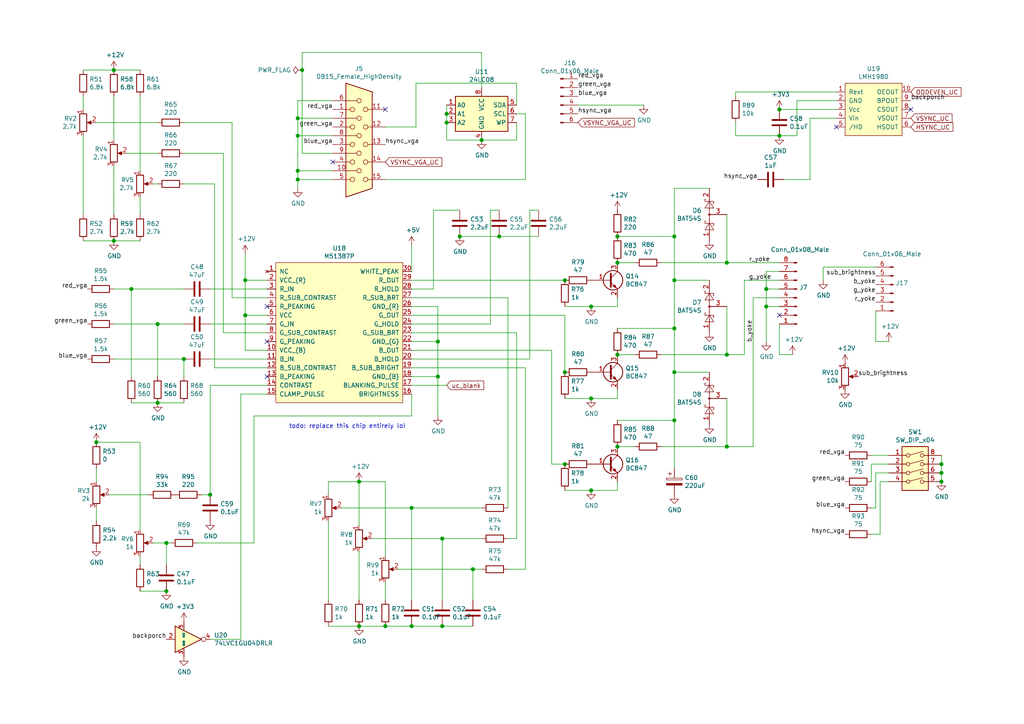
<source format=kicad_sch>
(kicad_sch (version 20211123) (generator eeschema)
  (paper "A4")
  (junction (at 129.54 35.56) (diameter 1.016))
  (junction (at 163.83 81.28) (diameter 1.016))
  (junction (at 195.58 107.95) (diameter 1.016))
  (junction (at 179.07 76.2) (diameter 1.016))
  (junction (at 86.36 39.37) (diameter 1.016))
  (junction (at 179.07 68.58) (diameter 1.016))
  (junction (at 273.05 139.7) (diameter 1.016))
  (junction (at 86.36 34.29) (diameter 1.016))
  (junction (at 171.45 88.9) (diameter 1.016))
  (junction (at 210.82 102.87) (diameter 1.016))
  (junction (at 273.05 137.16) (diameter 1.016))
  (junction (at 71.12 81.28) (diameter 1.016))
  (junction (at 210.82 76.2) (diameter 1.016))
  (junction (at 48.26 171.45) (diameter 1.016))
  (junction (at 119.38 181.61) (diameter 1.016))
  (junction (at 60.96 143.51) (diameter 1.016))
  (junction (at 127 109.22) (diameter 1.016))
  (junction (at 53.34 104.14) (diameter 1.016))
  (junction (at 171.45 142.24) (diameter 1.016))
  (junction (at 86.36 52.07) (diameter 1.016))
  (junction (at 45.72 116.84) (diameter 1.016))
  (junction (at 128.27 156.21) (diameter 1.016))
  (junction (at 33.02 20.32) (diameter 1.016))
  (junction (at 226.06 31.75) (diameter 1.016))
  (junction (at 144.78 68.58) (diameter 1.016))
  (junction (at 195.58 121.92) (diameter 1.016))
  (junction (at 129.54 33.02) (diameter 1.016))
  (junction (at 171.45 115.57) (diameter 1.016))
  (junction (at 27.94 128.27) (diameter 1.016))
  (junction (at 127 99.06) (diameter 1.016))
  (junction (at 104.14 139.7) (diameter 1.016))
  (junction (at 163.83 107.95) (diameter 1.016))
  (junction (at 111.76 181.61) (diameter 1.016))
  (junction (at 71.12 91.44) (diameter 1.016))
  (junction (at 179.07 129.54) (diameter 1.016))
  (junction (at 128.27 181.61) (diameter 1.016))
  (junction (at 45.72 93.98) (diameter 1.016))
  (junction (at 86.36 49.53) (diameter 1.016))
  (junction (at 163.83 134.62) (diameter 1.016))
  (junction (at 195.58 81.28) (diameter 1.016))
  (junction (at 222.25 88.9) (diameter 1.016))
  (junction (at 38.1 83.82) (diameter 1.016))
  (junction (at 195.58 68.58) (diameter 1.016))
  (junction (at 133.35 68.58) (diameter 1.016))
  (junction (at 87.63 20.32) (diameter 1.016))
  (junction (at 104.14 181.61) (diameter 1.016))
  (junction (at 179.07 102.87) (diameter 1.016))
  (junction (at 139.7 40.64) (diameter 1.016))
  (junction (at 273.05 134.62) (diameter 1.016))
  (junction (at 210.82 129.54) (diameter 1.016))
  (junction (at 226.06 39.37) (diameter 1.016))
  (junction (at 222.25 83.82) (diameter 1.016))
  (junction (at 137.16 165.1) (diameter 1.016))
  (junction (at 33.02 69.85) (diameter 1.016))
  (junction (at 195.58 95.25) (diameter 1.016))
  (junction (at 119.38 147.32) (diameter 1.016))
  (junction (at 48.26 157.48) (diameter 1.016))
  (no_connect (at 77.47 99.06))
  (no_connect (at 226.06 91.44))
  (no_connect (at 111.76 31.75))
  (no_connect (at 77.47 88.9))
  (no_connect (at 264.16 31.75))
  (no_connect (at 96.52 46.99))
  (no_connect (at 77.47 109.22))
  (no_connect (at 242.57 36.83))
  (wire (pts (xy 33.02 27.94) (xy 33.02 40.64)))
  (wire (pts (xy 128.27 181.61) (xy 137.16 181.61)))
  (wire (pts (xy 252.73 154.94) (xy 255.27 154.94)))
  (wire (pts (xy 104.14 139.7) (xy 111.76 139.7)))
  (wire (pts (xy 58.42 143.51) (xy 60.96 143.51)))
  (wire (pts (xy 33.02 20.32) (xy 40.64 20.32)))
  (wire (pts (xy 48.26 157.48) (xy 44.45 157.48)))
  (wire (pts (xy 45.72 109.22) (xy 45.72 93.98)))
  (wire (pts (xy 119.38 181.61) (xy 128.27 181.61)))
  (wire (pts (xy 242.57 26.67) (xy 213.36 26.67)))
  (wire (pts (xy 226.06 93.98) (xy 226.06 102.87)))
  (wire (pts (xy 195.58 68.58) (xy 195.58 54.61)))
  (wire (pts (xy 87.63 44.45) (xy 96.52 44.45)))
  (wire (pts (xy 273.05 137.16) (xy 273.05 139.7)))
  (wire (pts (xy 40.64 62.23) (xy 40.64 57.15)))
  (wire (pts (xy 104.14 139.7) (xy 104.14 152.4)))
  (wire (pts (xy 119.38 173.99) (xy 119.38 147.32)))
  (wire (pts (xy 60.96 83.82) (xy 77.47 83.82)))
  (wire (pts (xy 179.07 115.57) (xy 179.07 113.03)))
  (wire (pts (xy 129.54 40.64) (xy 139.7 40.64)))
  (wire (pts (xy 273.05 132.08) (xy 273.05 134.62)))
  (wire (pts (xy 119.38 78.74) (xy 119.38 71.12)))
  (wire (pts (xy 144.78 60.96) (xy 142.24 60.96)))
  (wire (pts (xy 115.57 165.1) (xy 137.16 165.1)))
  (wire (pts (xy 149.86 96.52) (xy 119.38 96.52)))
  (wire (pts (xy 86.36 39.37) (xy 86.36 49.53)))
  (wire (pts (xy 147.32 147.32) (xy 147.32 86.36)))
  (wire (pts (xy 195.58 95.25) (xy 195.58 81.28)))
  (wire (pts (xy 44.45 53.34) (xy 45.72 53.34)))
  (wire (pts (xy 45.72 93.98) (xy 53.34 93.98)))
  (wire (pts (xy 152.4 106.68) (xy 119.38 106.68)))
  (wire (pts (xy 167.64 30.48) (xy 186.69 30.48)))
  (wire (pts (xy 222.25 88.9) (xy 226.06 88.9)))
  (wire (pts (xy 119.38 120.65) (xy 119.38 114.3)))
  (wire (pts (xy 222.25 83.82) (xy 226.06 83.82)))
  (wire (pts (xy 38.1 116.84) (xy 45.72 116.84)))
  (wire (pts (xy 153.67 60.96) (xy 153.67 104.14)))
  (wire (pts (xy 195.58 121.92) (xy 195.58 135.89)))
  (wire (pts (xy 191.77 102.87) (xy 210.82 102.87)))
  (wire (pts (xy 38.1 109.22) (xy 38.1 83.82)))
  (wire (pts (xy 33.02 69.85) (xy 40.64 69.85)))
  (wire (pts (xy 71.12 81.28) (xy 77.47 81.28)))
  (wire (pts (xy 210.82 88.9) (xy 210.82 102.87)))
  (wire (pts (xy 163.83 91.44) (xy 119.38 91.44)))
  (wire (pts (xy 86.36 49.53) (xy 86.36 52.07)))
  (wire (pts (xy 195.58 107.95) (xy 195.58 121.92)))
  (wire (pts (xy 104.14 160.02) (xy 104.14 173.99)))
  (wire (pts (xy 255.27 139.7) (xy 257.81 139.7)))
  (wire (pts (xy 127 99.06) (xy 127 109.22)))
  (wire (pts (xy 120.65 36.83) (xy 111.76 36.83)))
  (wire (pts (xy 96.52 49.53) (xy 86.36 49.53)))
  (wire (pts (xy 144.78 68.58) (xy 156.21 68.58)))
  (wire (pts (xy 147.32 156.21) (xy 149.86 156.21)))
  (wire (pts (xy 226.06 39.37) (xy 213.36 39.37)))
  (wire (pts (xy 111.76 181.61) (xy 119.38 181.61)))
  (wire (pts (xy 73.66 120.65) (xy 119.38 120.65)))
  (wire (pts (xy 120.65 24.13) (xy 120.65 36.83)))
  (wire (pts (xy 129.54 35.56) (xy 129.54 40.64)))
  (wire (pts (xy 38.1 83.82) (xy 53.34 83.82)))
  (wire (pts (xy 163.83 142.24) (xy 171.45 142.24)))
  (wire (pts (xy 104.14 181.61) (xy 111.76 181.61)))
  (wire (pts (xy 231.14 39.37) (xy 226.06 39.37)))
  (wire (pts (xy 254 147.32) (xy 254 137.16)))
  (wire (pts (xy 215.9 81.28) (xy 226.06 81.28)))
  (wire (pts (xy 210.82 115.57) (xy 210.82 129.54)))
  (wire (pts (xy 119.38 81.28) (xy 163.83 81.28)))
  (wire (pts (xy 254 137.16) (xy 257.81 137.16)))
  (wire (pts (xy 210.82 102.87) (xy 215.9 102.87)))
  (wire (pts (xy 60.96 185.42) (xy 69.85 185.42)))
  (wire (pts (xy 238.76 81.28) (xy 238.76 77.47)))
  (wire (pts (xy 152.4 52.07) (xy 152.4 33.02)))
  (wire (pts (xy 184.15 76.2) (xy 179.07 76.2)))
  (wire (pts (xy 60.96 104.14) (xy 77.47 104.14)))
  (wire (pts (xy 111.76 173.99) (xy 111.76 168.91)))
  (wire (pts (xy 33.02 93.98) (xy 45.72 93.98)))
  (wire (pts (xy 107.95 156.21) (xy 128.27 156.21)))
  (wire (pts (xy 96.52 52.07) (xy 86.36 52.07)))
  (wire (pts (xy 226.06 78.74) (xy 222.25 78.74)))
  (wire (pts (xy 24.13 69.85) (xy 33.02 69.85)))
  (wire (pts (xy 33.02 104.14) (xy 53.34 104.14)))
  (wire (pts (xy 215.9 102.87) (xy 215.9 81.28)))
  (wire (pts (xy 71.12 91.44) (xy 77.47 91.44)))
  (wire (pts (xy 87.63 20.32) (xy 87.63 44.45)))
  (wire (pts (xy 95.25 143.51) (xy 95.25 139.7)))
  (wire (pts (xy 40.64 27.94) (xy 40.64 49.53)))
  (wire (pts (xy 160.02 134.62) (xy 160.02 101.6)))
  (wire (pts (xy 242.57 29.21) (xy 231.14 29.21)))
  (wire (pts (xy 96.52 39.37) (xy 86.36 39.37)))
  (wire (pts (xy 87.63 15.24) (xy 87.63 20.32)))
  (wire (pts (xy 137.16 165.1) (xy 137.16 173.99)))
  (wire (pts (xy 129.54 30.48) (xy 129.54 33.02)))
  (wire (pts (xy 222.25 83.82) (xy 222.25 88.9)))
  (wire (pts (xy 67.31 86.36) (xy 77.47 86.36)))
  (wire (pts (xy 64.77 44.45) (xy 64.77 96.52)))
  (wire (pts (xy 160.02 101.6) (xy 119.38 101.6)))
  (wire (pts (xy 53.34 53.34) (xy 62.23 53.34)))
  (wire (pts (xy 31.75 143.51) (xy 43.18 143.51)))
  (wire (pts (xy 40.64 128.27) (xy 40.64 153.67)))
  (wire (pts (xy 128.27 173.99) (xy 128.27 156.21)))
  (wire (pts (xy 171.45 115.57) (xy 179.07 115.57)))
  (wire (pts (xy 213.36 26.67) (xy 213.36 27.94)))
  (wire (pts (xy 71.12 81.28) (xy 71.12 91.44)))
  (wire (pts (xy 252.73 147.32) (xy 254 147.32)))
  (wire (pts (xy 127 88.9) (xy 127 99.06)))
  (wire (pts (xy 205.74 81.28) (xy 195.58 81.28)))
  (wire (pts (xy 234.95 34.29) (xy 242.57 34.29)))
  (wire (pts (xy 205.74 107.95) (xy 195.58 107.95)))
  (wire (pts (xy 152.4 33.02) (xy 149.86 33.02)))
  (wire (pts (xy 163.83 115.57) (xy 171.45 115.57)))
  (wire (pts (xy 24.13 39.37) (xy 24.13 62.23)))
  (wire (pts (xy 139.7 15.24) (xy 139.7 25.4)))
  (wire (pts (xy 45.72 35.56) (xy 27.94 35.56)))
  (wire (pts (xy 147.32 86.36) (xy 119.38 86.36)))
  (wire (pts (xy 273.05 134.62) (xy 273.05 137.16)))
  (wire (pts (xy 119.38 111.76) (xy 129.54 111.76)))
  (wire (pts (xy 27.94 139.7) (xy 27.94 135.89)))
  (wire (pts (xy 156.21 60.96) (xy 153.67 60.96)))
  (wire (pts (xy 184.15 102.87) (xy 179.07 102.87)))
  (wire (pts (xy 49.53 157.48) (xy 48.26 157.48)))
  (wire (pts (xy 195.58 68.58) (xy 179.07 68.58)))
  (wire (pts (xy 60.96 143.51) (xy 60.96 111.76)))
  (wire (pts (xy 40.64 171.45) (xy 48.26 171.45)))
  (wire (pts (xy 163.83 88.9) (xy 171.45 88.9)))
  (wire (pts (xy 153.67 104.14) (xy 119.38 104.14)))
  (wire (pts (xy 119.38 99.06) (xy 127 99.06)))
  (wire (pts (xy 142.24 93.98) (xy 119.38 93.98)))
  (wire (pts (xy 69.85 185.42) (xy 69.85 114.3)))
  (wire (pts (xy 95.25 151.13) (xy 95.25 173.99)))
  (wire (pts (xy 210.82 62.23) (xy 210.82 76.2)))
  (wire (pts (xy 238.76 77.47) (xy 254 77.47)))
  (wire (pts (xy 73.66 157.48) (xy 73.66 120.65)))
  (wire (pts (xy 129.54 33.02) (xy 129.54 35.56)))
  (wire (pts (xy 45.72 116.84) (xy 53.34 116.84)))
  (wire (pts (xy 254 99.06) (xy 257.81 99.06)))
  (wire (pts (xy 111.76 52.07) (xy 152.4 52.07)))
  (wire (pts (xy 213.36 39.37) (xy 213.36 35.56)))
  (wire (pts (xy 62.23 53.34) (xy 62.23 106.68)))
  (wire (pts (xy 33.02 83.82) (xy 38.1 83.82)))
  (wire (pts (xy 33.02 48.26) (xy 33.02 62.23)))
  (wire (pts (xy 222.25 88.9) (xy 222.25 99.06)))
  (wire (pts (xy 69.85 114.3) (xy 77.47 114.3)))
  (wire (pts (xy 218.44 86.36) (xy 218.44 129.54)))
  (wire (pts (xy 179.07 88.9) (xy 179.07 86.36)))
  (wire (pts (xy 111.76 139.7) (xy 111.76 161.29)))
  (wire (pts (xy 86.36 52.07) (xy 86.36 54.61)))
  (wire (pts (xy 139.7 147.32) (xy 119.38 147.32)))
  (wire (pts (xy 71.12 91.44) (xy 71.12 101.6)))
  (wire (pts (xy 191.77 76.2) (xy 210.82 76.2)))
  (wire (pts (xy 137.16 165.1) (xy 139.7 165.1)))
  (wire (pts (xy 60.96 93.98) (xy 77.47 93.98)))
  (wire (pts (xy 149.86 30.48) (xy 149.86 24.13)))
  (wire (pts (xy 53.34 35.56) (xy 67.31 35.56)))
  (wire (pts (xy 210.82 76.2) (xy 226.06 76.2)))
  (wire (pts (xy 222.25 78.74) (xy 222.25 83.82)))
  (wire (pts (xy 147.32 165.1) (xy 152.4 165.1)))
  (wire (pts (xy 86.36 29.21) (xy 96.52 29.21)))
  (wire (pts (xy 133.35 60.96) (xy 125.73 60.96)))
  (wire (pts (xy 171.45 142.24) (xy 179.07 142.24)))
  (wire (pts (xy 149.86 35.56) (xy 149.86 40.64)))
  (wire (pts (xy 210.82 129.54) (xy 218.44 129.54)))
  (wire (pts (xy 62.23 106.68) (xy 77.47 106.68)))
  (wire (pts (xy 60.96 111.76) (xy 77.47 111.76)))
  (wire (pts (xy 125.73 60.96) (xy 125.73 83.82)))
  (wire (pts (xy 252.73 134.62) (xy 257.81 134.62)))
  (wire (pts (xy 179.07 142.24) (xy 179.07 139.7)))
  (wire (pts (xy 87.63 15.24) (xy 139.7 15.24)))
  (wire (pts (xy 24.13 31.75) (xy 24.13 27.94)))
  (wire (pts (xy 127 109.22) (xy 127 120.65)))
  (wire (pts (xy 255.27 154.94) (xy 255.27 139.7)))
  (wire (pts (xy 125.73 83.82) (xy 119.38 83.82)))
  (wire (pts (xy 149.86 24.13) (xy 120.65 24.13)))
  (wire (pts (xy 149.86 40.64) (xy 139.7 40.64)))
  (wire (pts (xy 226.06 102.87) (xy 229.87 102.87)))
  (wire (pts (xy 36.83 44.45) (xy 45.72 44.45)))
  (wire (pts (xy 195.58 95.25) (xy 195.58 107.95)))
  (wire (pts (xy 163.83 134.62) (xy 160.02 134.62)))
  (wire (pts (xy 231.14 29.21) (xy 231.14 39.37)))
  (wire (pts (xy 171.45 88.9) (xy 179.07 88.9)))
  (wire (pts (xy 27.94 147.32) (xy 27.94 151.13)))
  (wire (pts (xy 195.58 121.92) (xy 179.07 121.92)))
  (wire (pts (xy 234.95 52.07) (xy 234.95 34.29)))
  (wire (pts (xy 163.83 107.95) (xy 163.83 91.44)))
  (wire (pts (xy 53.34 44.45) (xy 64.77 44.45)))
  (wire (pts (xy 67.31 35.56) (xy 67.31 86.36)))
  (wire (pts (xy 152.4 165.1) (xy 152.4 106.68)))
  (wire (pts (xy 252.73 132.08) (xy 257.81 132.08)))
  (wire (pts (xy 48.26 163.83) (xy 48.26 157.48)))
  (wire (pts (xy 227.33 52.07) (xy 234.95 52.07)))
  (wire (pts (xy 128.27 156.21) (xy 139.7 156.21)))
  (wire (pts (xy 252.73 139.7) (xy 252.73 134.62)))
  (wire (pts (xy 191.77 129.54) (xy 210.82 129.54)))
  (wire (pts (xy 64.77 96.52) (xy 77.47 96.52)))
  (wire (pts (xy 195.58 54.61) (xy 205.74 54.61)))
  (wire (pts (xy 53.34 109.22) (xy 53.34 104.14)))
  (wire (pts (xy 149.86 156.21) (xy 149.86 96.52)))
  (wire (pts (xy 24.13 20.32) (xy 33.02 20.32)))
  (wire (pts (xy 71.12 101.6) (xy 77.47 101.6)))
  (wire (pts (xy 71.12 73.66) (xy 71.12 81.28)))
  (wire (pts (xy 119.38 147.32) (xy 99.06 147.32)))
  (wire (pts (xy 179.07 95.25) (xy 195.58 95.25)))
  (wire (pts (xy 195.58 81.28) (xy 195.58 68.58)))
  (wire (pts (xy 184.15 129.54) (xy 179.07 129.54)))
  (wire (pts (xy 254 90.17) (xy 254 99.06)))
  (wire (pts (xy 40.64 128.27) (xy 27.94 128.27)))
  (wire (pts (xy 242.57 31.75) (xy 226.06 31.75)))
  (wire (pts (xy 95.25 181.61) (xy 104.14 181.61)))
  (wire (pts (xy 218.44 86.36) (xy 226.06 86.36)))
  (wire (pts (xy 142.24 60.96) (xy 142.24 93.98)))
  (wire (pts (xy 57.15 157.48) (xy 73.66 157.48)))
  (wire (pts (xy 86.36 34.29) (xy 86.36 29.21)))
  (wire (pts (xy 96.52 34.29) (xy 86.36 34.29)))
  (wire (pts (xy 86.36 34.29) (xy 86.36 39.37)))
  (wire (pts (xy 95.25 139.7) (xy 104.14 139.7)))
  (wire (pts (xy 40.64 161.29) (xy 40.64 163.83)))
  (wire (pts (xy 119.38 88.9) (xy 127 88.9)))
  (wire (pts (xy 119.38 109.22) (xy 127 109.22)))
  (wire (pts (xy 133.35 68.58) (xy 144.78 68.58)))
  (text "todo: replace this chip entirely lol" (at 83.82 124.46 0) (effects (font (size 1.27 1.27)) (justify left bottom)))
  (label "sub_brightness" (at 248.92 109.22 0))
  (label "blue_vga" (at 245.11 147.32 180))
  (label "red_vga" (at 25.4 83.82 180))
  (label "hsync_vga" (at 111.76 41.91 0))
  (label "r_yoke" (at 217.17 76.2 0))
  (label "blue_vga" (at 96.52 41.91 180))
  (label "red_vga" (at 96.52 31.75 180))
  (label "b_yoke" (at 254 82.55 180))
  (label "red_vga" (at 245.11 132.08 180))
  (label "green_vga" (at 245.11 139.7 180))
  (label "b_yoke" (at 218.44 92.71 270))
  (label "hsync_vga" (at 245.11 154.94 180))
  (label "g_yoke" (at 254 85.09 180))
  (label "hsync_vga" (at 219.71 52.07 180))
  (label "blue_vga" (at 25.4 104.14 180))
  (label "red_vga" (at 167.64 22.86 0))
  (label "r_yoke" (at 254 87.63 180))
  (label "green_vga" (at 96.52 36.83 180))
  (label "green_vga" (at 167.64 25.4 0))
  (label "hsync_vga" (at 167.64 33.02 0))
  (label "sub_brightness" (at 254 80.01 180))
  (label "backporch" (at 264.16 29.21 0))
  (label "backporch" (at 48.26 185.42 180))
  (label "green_vga" (at 25.4 93.98 180))
  (label "g_yoke" (at 217.17 81.28 0))
  (label "blue_vga" (at 167.64 27.94 0))
  (global_label "VSYNC_UC" (shape input) (at 264.16 34.29 0) (property "Intersheet References" "${INTERSHEET_REFS}" (effects hide)))
  (global_label "ODDEVEN_UC" (shape input) (at 264.16 26.67 0) (property "Intersheet References" "${INTERSHEET_REFS}" (effects hide)))
  (global_label "VSYNC_VGA_UC" (shape input) (at 111.76 46.99 0) (property "Intersheet References" "${INTERSHEET_REFS}" (effects hide)))
  (global_label "HSYNC_UC" (shape input) (at 264.16 36.83 0) (property "Intersheet References" "${INTERSHEET_REFS}" (effects hide)))
  (global_label "uc_blank" (shape input) (at 129.54 111.76 0) (property "Intersheet References" "${INTERSHEET_REFS}" (effects hide)))
  (global_label "VSYNC_VGA_UC" (shape input) (at 167.64 35.56 0) (property "Intersheet References" "${INTERSHEET_REFS}" (effects hide)))
  (symbol (lib_id "Connector:DB15_Female_HighDensity") (at 104.14 41.91 0) (unit 1)
    (property "Reference" "J5" (at 104.14 19.8882 0))
    (property "Value" "DB15_Female_HighDensity" (at 104.14 22.1996 0))
    (property "Footprint" "Connector_Dsub:DSUB-15-HD_Female_Horizontal_P2.29x1.98mm_EdgePinOffset3.03mm_Housed_MountingHolesOffset4.94mm" (effects hide))
    (property "Datasheet" " ~" (effects hide))
    (property "Digikey" " AE11024-ND " (effects hide))
  )
  (symbol (lib_id "power:GND") (at 86.36 54.61 0) (unit 1)
    (property "Reference" "#PWR0168" (effects hide))
    (property "Value" "GND" (at 86.487 59.0042 0))
  )
  (symbol (lib_id "Memory_EEPROM:24LC08") (at 139.7 33.02 0) (unit 1)
    (property "Reference" "U11" (at 139.7 20.8026 0))
    (property "Value" "24LC08" (at 139.7 23.114 0))
    (property "Footprint" "Package_SO:SOIC-8_3.9x4.9mm_P1.27mm" (effects hide))
    (property "Datasheet" "http://ww1.microchip.com/downloads/en/DeviceDoc/21710J.pdf" (effects hide))
    (property "Digikey" "24LC08BT/SNCT-ND " (effects hide))
  )
  (symbol (lib_id "power:GND") (at 139.7 40.64 0) (unit 1)
    (property "Reference" "#PWR0169" (effects hide))
    (property "Value" "GND" (at 139.827 45.0342 0))
  )
  (symbol (lib_id "Switch:SW_DIP_x04") (at 265.43 137.16 0) (unit 1)
    (property "Reference" "SW1" (at 265.43 125.2982 0))
    (property "Value" "SW_DIP_x04" (at 265.43 127.6096 0))
    (property "Footprint" "Button_Switch_THT:SW_DIP_SPSTx04_Slide_9.78x12.34mm_W7.62mm_P2.54mm" (effects hide))
    (property "Digikey" " CT2064-ND " (effects hide))
  )
  (symbol (lib_id "Device:R") (at 248.92 132.08 270) (unit 1)
    (property "Reference" "R90" (at 248.92 126.8222 90))
    (property "Value" "75" (at 248.92 129.1336 90))
    (property "Footprint" "Resistor_SMD:R_0805_2012Metric_Pad1.15x1.40mm_HandSolder" (effects hide))
    (property "Digikey" "311-75.0CRCT-ND" (effects hide))
  )
  (symbol (lib_id "Device:R") (at 248.92 147.32 270) (unit 1)
    (property "Reference" "R92" (at 248.92 142.0622 90))
    (property "Value" "75" (at 248.92 144.3736 90))
    (property "Footprint" "Resistor_SMD:R_0805_2012Metric_Pad1.15x1.40mm_HandSolder" (effects hide))
    (property "Digikey" "311-75.0CRCT-ND" (effects hide))
  )
  (symbol (lib_id "power:GND") (at 273.05 139.7 0) (unit 1)
    (property "Reference" "#PWR0124" (effects hide))
    (property "Value" "GND" (at 273.177 144.0942 0))
  )
  (symbol (lib_id "Device:CP") (at 195.58 139.7 0) (unit 1)
    (property "Reference" "C60" (at 198.5772 138.5316 0) (effects (justify left)))
    (property "Value" "220uF" (at 198.5772 140.843 0) (effects (justify left)))
    (property "Footprint" "Capacitor_THT:CP_Radial_D8.0mm_P3.50mm" (effects hide))
    (property "Voltage" "16V" (effects hide))
    (property "Digikey" "493-4026-1-ND " (effects hide))
  )
  (symbol (lib_id "power:GND") (at 195.58 143.51 0) (unit 1)
    (property "Reference" "#PWR0177" (effects hide))
    (property "Value" "GND" (at 195.707 147.9042 0))
  )
  (symbol (lib_id "Diode:BAT54S") (at 205.74 115.57 90) (unit 1)
    (property "Reference" "D8" (at 203.5048 114.4016 90) (effects (justify left)))
    (property "Value" "BAT54S" (at 203.5048 116.713 90) (effects (justify left)))
    (property "Footprint" "Package_TO_SOT_SMD:SOT-23" (effects hide))
    (property "Datasheet" "https://www.diodes.com/assets/Datasheets/ds11005.pdf" (effects hide))
    (property "Digikey" "BAT54SLT1GOSCT-ND " (effects hide))
  )
  (symbol (lib_id "Device:R") (at 248.92 139.7 270) (unit 1)
    (property "Reference" "R91" (at 248.92 134.4422 90))
    (property "Value" "75" (at 248.92 136.7536 90))
    (property "Footprint" "Resistor_SMD:R_0805_2012Metric_Pad1.15x1.40mm_HandSolder" (effects hide))
    (property "Digikey" "311-75.0CRCT-ND" (effects hide))
  )
  (symbol (lib_id "Device:R") (at 248.92 154.94 270) (unit 1)
    (property "Reference" "R93" (at 248.92 149.6822 90))
    (property "Value" "75" (at 248.92 151.9936 90))
    (property "Footprint" "Resistor_SMD:R_0805_2012Metric_Pad1.15x1.40mm_HandSolder" (effects hide))
    (property "Digikey" "311-75.0CRCT-ND" (effects hide))
  )
  (symbol (lib_id "power:GND") (at 205.74 123.19 0) (unit 1)
    (property "Reference" "#PWR0166" (effects hide))
    (property "Value" "GND" (at 205.867 127.5842 0))
  )
  (symbol (lib_id "power:GND") (at 205.74 96.52 0) (unit 1)
    (property "Reference" "#PWR0175" (effects hide))
    (property "Value" "GND" (at 205.867 100.9142 0))
  )
  (symbol (lib_id "Diode:BAT54S") (at 205.74 88.9 90) (unit 1)
    (property "Reference" "D7" (at 203.5048 87.7316 90) (effects (justify left)))
    (property "Value" "BAT54S" (at 203.5048 90.043 90) (effects (justify left)))
    (property "Footprint" "Package_TO_SOT_SMD:SOT-23" (effects hide))
    (property "Datasheet" "https://www.diodes.com/assets/Datasheets/ds11005.pdf" (effects hide))
    (property "Digikey" "BAT54SLT1GOSCT-ND " (effects hide))
  )
  (symbol (lib_id "power:GND") (at 205.74 69.85 0) (unit 1)
    (property "Reference" "#PWR0176" (effects hide))
    (property "Value" "GND" (at 205.867 74.2442 0))
  )
  (symbol (lib_id "Diode:BAT54S") (at 205.74 62.23 90) (unit 1)
    (property "Reference" "D6" (at 203.5048 61.0616 90) (effects (justify left)))
    (property "Value" "BAT54S" (at 203.5048 63.373 90) (effects (justify left)))
    (property "Footprint" "Package_TO_SOT_SMD:SOT-23" (effects hide))
    (property "Datasheet" "https://www.diodes.com/assets/Datasheets/ds11005.pdf" (effects hide))
    (property "Digikey" "BAT54SLT1GOSCT-ND " (effects hide))
  )
  (symbol (lib_id "Device:R") (at 46.99 143.51 270) (unit 1)
    (property "Reference" "R94" (at 46.99 138.2522 90))
    (property "Value" "33k" (at 46.99 140.5636 90))
    (property "Footprint" "Resistor_SMD:R_0805_2012Metric_Pad1.15x1.40mm_HandSolder" (effects hide))
    (property "Digikey" " 311-33.0CRCT-ND" (effects hide))
  )
  (symbol (lib_id "Device:R") (at 54.61 143.51 270) (unit 1)
    (property "Reference" "R95" (at 54.61 138.2522 90))
    (property "Value" "220" (at 54.61 140.5636 90))
    (property "Footprint" "Resistor_SMD:R_0805_2012Metric_Pad1.15x1.40mm_HandSolder" (effects hide))
    (property "Digikey" " 311-220CRCT-ND" (effects hide))
  )
  (symbol (lib_id "Device:C") (at 60.96 147.32 0) (unit 1)
    (property "Reference" "C59" (at 63.881 146.1516 0) (effects (justify left)))
    (property "Value" "0.1uF" (at 63.881 148.463 0) (effects (justify left)))
    (property "Footprint" "Capacitor_SMD:C_0805_2012Metric_Pad1.15x1.40mm_HandSolder" (effects hide))
    (property "Digikey" "1276-1099-1-ND" (effects hide))
  )
  (symbol (lib_id "power:GND") (at 60.96 151.13 0) (unit 1)
    (property "Reference" "#PWR0178" (effects hide))
    (property "Value" "GND" (at 61.087 155.5242 0))
  )
  (symbol (lib_id "power:+12V") (at 229.87 102.87 0) (unit 1)
    (property "Reference" "#PWR0179" (effects hide))
    (property "Value" "+12V" (at 230.251 98.4758 0))
  )
  (symbol (lib_id "Connector:Conn_01x06_Male") (at 162.56 27.94 0) (unit 1)
    (property "Reference" "J16" (at 165.3032 18.2626 0))
    (property "Value" "Conn_01x06_Male" (at 165.3032 20.574 0))
    (property "Footprint" "Connector_JST:JST_EH_B6B-EH-A_1x06_P2.50mm_Vertical" (effects hide))
    (property "Digikey" "455-1615-ND" (effects hide))
  )
  (symbol (lib_id "power:GND") (at 186.69 30.48 0) (unit 1)
    (property "Reference" "#PWR0180" (effects hide))
    (property "Value" "GND" (at 186.817 34.8742 0))
  )
  (symbol (lib_id "td-deflect:LMH1980") (at 252.73 31.75 0) (unit 1)
    (property "Reference" "U19" (at 253.365 19.939 0))
    (property "Value" "LMH1980" (at 253.365 22.2504 0))
    (property "Footprint" "Package_SO:VSSOP-10_3x3mm_P0.5mm" (effects hide))
    (property "Datasheet" "http://www.ti.com/lit/ds/symlink/lmh1980.pdf" (effects hide))
    (property "Digikey" "LMH1980MM/NOPBCT-ND" (effects hide))
  )
  (symbol (lib_id "Device:C") (at 226.06 35.56 0) (unit 1)
    (property "Reference" "C58" (at 228.981 34.3916 0) (effects (justify left)))
    (property "Value" "0.1uF" (at 228.981 36.703 0) (effects (justify left)))
    (property "Footprint" "Capacitor_SMD:C_0805_2012Metric_Pad1.15x1.40mm_HandSolder" (effects hide))
    (property "Digikey" "1276-1099-1-ND" (effects hide))
  )
  (symbol (lib_id "power:+3.3V") (at 226.06 31.75 0) (unit 1)
    (property "Reference" "#PWR047" (effects hide))
    (property "Value" "+3.3V" (at 226.441 27.3558 0))
  )
  (symbol (lib_id "power:GND") (at 226.06 39.37 0) (unit 1)
    (property "Reference" "#PWR048" (effects hide))
    (property "Value" "GND" (at 226.187 43.7642 0))
  )
  (symbol (lib_id "Device:R") (at 213.36 31.75 0) (unit 1)
    (property "Reference" "R89" (at 215.138 30.5816 0) (effects (justify left)))
    (property "Value" "10k" (at 215.138 32.893 0) (effects (justify left)))
    (property "Footprint" "Resistor_SMD:R_0805_2012Metric_Pad1.15x1.40mm_HandSolder" (effects hide))
    (property "Digikey" "311-1.00CRCT-ND" (effects hide))
  )
  (symbol (lib_id "Device:C") (at 223.52 52.07 270) (unit 1)
    (property "Reference" "C57" (at 223.52 45.6692 90))
    (property "Value" "1uF" (at 223.52 47.9806 90))
    (property "Footprint" "Capacitor_SMD:C_0805_2012Metric_Pad1.15x1.40mm_HandSolder" (effects hide))
    (property "Digikey" "1276-1066-1-ND" (effects hide))
    (property "Voltage" "25V" (effects hide))
  )
  (symbol (lib_id "td-deflect:M51387P") (at 99.06 96.52 0) (unit 1)
    (property "Reference" "U18" (at 98.425 72.009 0))
    (property "Value" "M51387P" (at 98.425 74.3204 0))
    (property "Footprint" "td-deflect:DIP-30_600_ELL" (effects hide))
    (property "Datasheet" "https://gamerepair.info/manuals/43_m51387p_mitsubishielectricsemiconductor" (effects hide))
  )
  (symbol (lib_id "power:+12V") (at 71.12 73.66 0) (unit 1)
    (property "Reference" "#PWR036" (effects hide))
    (property "Value" "+12V" (at 71.501 69.2658 0))
  )
  (symbol (lib_id "power:GND") (at 127 120.65 0) (unit 1)
    (property "Reference" "#PWR040" (effects hide))
    (property "Value" "GND" (at 127.127 125.0442 0))
  )
  (symbol (lib_id "Device:C") (at 57.15 83.82 270) (unit 1)
    (property "Reference" "C48" (at 57.15 77.4192 90))
    (property "Value" "47uF" (at 57.15 79.7306 90))
    (property "Footprint" "Capacitor_SMD:C_1206_3216Metric_Pad1.42x1.75mm_HandSolder" (effects hide))
    (property "Voltage" "6.3V" (effects hide))
    (property "Digikey" "1276-3064-1-ND " (effects hide))
  )
  (symbol (lib_id "Device:C") (at 57.15 93.98 90) (unit 1)
    (property "Reference" "C49" (at 57.15 87.5792 90))
    (property "Value" "47uF" (at 57.15 89.8906 90))
    (property "Footprint" "Capacitor_SMD:C_1206_3216Metric_Pad1.42x1.75mm_HandSolder" (effects hide))
    (property "Voltage" "6.3V" (effects hide))
    (property "Digikey" "1276-3064-1-ND " (effects hide))
  )
  (symbol (lib_id "Device:C") (at 57.15 104.14 270) (unit 1)
    (property "Reference" "C50" (at 57.15 97.7392 90))
    (property "Value" "47uF" (at 57.15 100.0506 90))
    (property "Footprint" "Capacitor_SMD:C_1206_3216Metric_Pad1.42x1.75mm_HandSolder" (effects hide))
    (property "Voltage" "6.3V" (effects hide))
    (property "Digikey" "1276-3064-1-ND " (effects hide))
  )
  (symbol (lib_id "Device:R") (at 45.72 113.03 0) (unit 1)
    (property "Reference" "R64" (at 47.498 111.8616 0) (effects (justify left)))
    (property "Value" "560" (at 47.498 114.173 0) (effects (justify left)))
    (property "Footprint" "Resistor_SMD:R_0805_2012Metric_Pad1.15x1.40mm_HandSolder" (effects hide))
    (property "Digikey" " 311-560CRCT-ND" (effects hide))
  )
  (symbol (lib_id "Device:R") (at 53.34 113.03 0) (unit 1)
    (property "Reference" "R68" (at 55.118 111.8616 0) (effects (justify left)))
    (property "Value" "560" (at 55.118 114.173 0) (effects (justify left)))
    (property "Footprint" "Resistor_SMD:R_0805_2012Metric_Pad1.15x1.40mm_HandSolder" (effects hide))
    (property "Digikey" " 311-560CRCT-ND" (effects hide))
  )
  (symbol (lib_id "power:GND") (at 45.72 116.84 0) (unit 1)
    (property "Reference" "#PWR034" (effects hide))
    (property "Value" "GND" (at 45.847 121.2342 0))
  )
  (symbol (lib_id "Device:R") (at 29.21 104.14 270) (unit 1)
    (property "Reference" "R57" (at 29.21 98.8822 90))
    (property "Value" "1.5k" (at 29.21 101.1936 90))
    (property "Footprint" "Resistor_SMD:R_0805_2012Metric_Pad1.15x1.40mm_HandSolder" (effects hide))
    (property "Digikey" " 311-1.50KCRCT-ND" (effects hide))
  )
  (symbol (lib_id "Device:R") (at 29.21 93.98 270) (unit 1)
    (property "Reference" "R56" (at 29.21 88.7222 90))
    (property "Value" "1.5k" (at 29.21 91.0336 90))
    (property "Footprint" "Resistor_SMD:R_0805_2012Metric_Pad1.15x1.40mm_HandSolder" (effects hide))
    (property "Digikey" " 311-1.50KCRCT-ND" (effects hide))
  )
  (symbol (lib_id "Device:R") (at 29.21 83.82 270) (unit 1)
    (property "Reference" "R55" (at 29.21 78.5622 90))
    (property "Value" "1.5k" (at 29.21 80.8736 90))
    (property "Footprint" "Resistor_SMD:R_0805_2012Metric_Pad1.15x1.40mm_HandSolder" (effects hide))
    (property "Digikey" " 311-1.50KCRCT-ND" (effects hide))
  )
  (symbol (lib_id "Device:R") (at 49.53 35.56 270) (unit 1)
    (property "Reference" "R65" (at 49.53 30.3022 90))
    (property "Value" "220" (at 49.53 32.6136 90))
    (property "Footprint" "Resistor_SMD:R_0805_2012Metric_Pad1.15x1.40mm_HandSolder" (effects hide))
    (property "Digikey" " 311-220CRCT-ND" (effects hide))
  )
  (symbol (lib_id "Device:R") (at 49.53 53.34 270) (unit 1)
    (property "Reference" "R67" (at 49.53 48.0822 90))
    (property "Value" "220" (at 49.53 50.3936 90))
    (property "Footprint" "Resistor_SMD:R_0805_2012Metric_Pad1.15x1.40mm_HandSolder" (effects hide))
    (property "Digikey" " 311-220CRCT-ND" (effects hide))
  )
  (symbol (lib_id "Device:R_POT") (at 24.13 35.56 0) (unit 1)
    (property "Reference" "RV2" (at 22.352 34.3916 0) (effects (justify right)))
    (property "Value" "2.7k" (at 22.352 36.703 0) (effects (justify right)))
    (property "Footprint" "Potentiometer_THT:Potentiometer_Bourns_3386P_Vertical" (effects hide))
    (property "Digikey" "3386F-202LF-ND" (effects hide))
  )
  (symbol (lib_id "Device:R_POT") (at 40.64 53.34 0) (unit 1)
    (property "Reference" "RV5" (at 38.862 52.1716 0) (effects (justify right)))
    (property "Value" "2.7k" (at 38.862 54.483 0) (effects (justify right)))
    (property "Footprint" "Potentiometer_THT:Potentiometer_Bourns_3386P_Vertical" (effects hide))
    (property "Digikey" "3386F-202LF-ND" (effects hide))
  )
  (symbol (lib_id "Device:R") (at 33.02 24.13 0) (unit 1)
    (property "Reference" "R58" (at 34.798 22.9616 0) (effects (justify left)))
    (property "Value" "6.8k" (at 34.798 25.273 0) (effects (justify left)))
    (property "Footprint" "Resistor_SMD:R_0805_2012Metric_Pad1.15x1.40mm_HandSolder" (effects hide))
    (property "Digikey" "311-6.80KCRCT-ND" (effects hide))
  )
  (symbol (lib_id "Device:R") (at 40.64 66.04 0) (unit 1)
    (property "Reference" "R62" (at 42.418 64.8716 0) (effects (justify left)))
    (property "Value" "2.7k" (at 42.418 67.183 0) (effects (justify left)))
    (property "Footprint" "Resistor_SMD:R_0805_2012Metric_Pad1.15x1.40mm_HandSolder" (effects hide))
    (property "Digikey" " 311-2.70KCRCT-ND" (effects hide))
  )
  (symbol (lib_id "power:GND") (at 33.02 69.85 0) (unit 1)
    (property "Reference" "#PWR033" (effects hide))
    (property "Value" "GND" (at 33.147 74.2442 0))
  )
  (symbol (lib_id "power:+12V") (at 33.02 20.32 0) (unit 1)
    (property "Reference" "#PWR032" (effects hide))
    (property "Value" "+12V" (at 33.401 15.9258 0))
  )
  (symbol (lib_id "Connector:Conn_01x06_Male") (at 259.08 85.09 180) (unit 1)
    (property "Reference" "J17" (at 259.7912 82.0928 0) (effects (justify right)))
    (property "Value" "Conn_01x06_Male" (at 250.19 73.66 0) (effects (justify right)))
    (property "Footprint" "Connector_JST:JST_XH_B6B-XH-A_1x06_P2.50mm_Vertical" (effects hide))
    (property "Digikey" "455-2271-ND" (effects hide))
  )
  (symbol (lib_id "power:+12V") (at 257.81 99.06 0) (unit 1)
    (property "Reference" "#PWR053" (effects hide))
    (property "Value" "+12V" (at 258.191 94.6658 0))
  )
  (symbol (lib_id "Device:R") (at 143.51 147.32 270) (unit 1)
    (property "Reference" "R73" (at 143.51 142.0622 90))
    (property "Value" "47k" (at 143.51 144.3736 90))
    (property "Footprint" "Resistor_SMD:R_0805_2012Metric_Pad1.15x1.40mm_HandSolder" (effects hide))
    (property "Digikey" " 311-47.0KCRCT-ND" (effects hide))
  )
  (symbol (lib_id "Device:R_POT") (at 111.76 165.1 0) (unit 1)
    (property "Reference" "RV9" (at 109.982 163.9316 0) (effects (justify right)))
    (property "Value" "1k" (at 109.982 166.243 0) (effects (justify right)))
    (property "Footprint" "Potentiometer_THT:Potentiometer_Bourns_3386P_Vertical" (effects hide))
    (property "Digikey" "3386P-102LF-ND" (effects hide))
  )
  (symbol (lib_id "Device:R") (at 111.76 177.8 0) (unit 1)
    (property "Reference" "R72" (at 113.538 176.6316 0) (effects (justify left)))
    (property "Value" "1k" (at 113.538 178.943 0) (effects (justify left)))
    (property "Footprint" "Resistor_SMD:R_0805_2012Metric_Pad1.15x1.40mm_HandSolder" (effects hide))
    (property "Digikey" " 311-1.00KCRCT-ND" (effects hide))
  )
  (symbol (lib_id "power:+12V") (at 104.14 139.7 0) (unit 1)
    (property "Reference" "#PWR037" (effects hide))
    (property "Value" "+12V" (at 104.521 135.3058 0))
  )
  (symbol (lib_id "power:GND") (at 104.14 181.61 0) (unit 1)
    (property "Reference" "#PWR038" (effects hide))
    (property "Value" "GND" (at 104.267 186.0042 0))
  )
  (symbol (lib_id "Device:R_POT") (at 95.25 147.32 0) (unit 1)
    (property "Reference" "RV7" (at 93.472 146.1516 0) (effects (justify right)))
    (property "Value" "1k" (at 93.472 148.463 0) (effects (justify right)))
    (property "Footprint" "Potentiometer_THT:Potentiometer_Bourns_3386P_Vertical" (effects hide))
    (property "Digikey" "3386P-102LF-ND" (effects hide))
  )
  (symbol (lib_id "Device:R_POT") (at 104.14 156.21 0) (unit 1)
    (property "Reference" "RV8" (at 102.362 155.0416 0) (effects (justify right)))
    (property "Value" "1k" (at 102.362 157.353 0) (effects (justify right)))
    (property "Footprint" "Potentiometer_THT:Potentiometer_Bourns_3386P_Vertical" (effects hide))
    (property "Digikey" "3386P-102LF-ND" (effects hide))
  )
  (symbol (lib_id "Device:R") (at 143.51 156.21 270) (unit 1)
    (property "Reference" "R74" (at 143.51 150.9522 90))
    (property "Value" "47k" (at 143.51 153.2636 90))
    (property "Footprint" "Resistor_SMD:R_0805_2012Metric_Pad1.15x1.40mm_HandSolder" (effects hide))
    (property "Digikey" " 311-47.0KCRCT-ND" (effects hide))
  )
  (symbol (lib_id "Device:R") (at 143.51 165.1 270) (unit 1)
    (property "Reference" "R75" (at 143.51 159.8422 90))
    (property "Value" "47k" (at 143.51 162.1536 90))
    (property "Footprint" "Resistor_SMD:R_0805_2012Metric_Pad1.15x1.40mm_HandSolder" (effects hide))
    (property "Digikey" " 311-47.0KCRCT-ND" (effects hide))
  )
  (symbol (lib_id "power:GND") (at 238.76 81.28 0) (unit 1)
    (property "Reference" "#PWR050" (effects hide))
    (property "Value" "GND" (at 238.887 85.6742 0))
  )
  (symbol (lib_id "Device:R_POT") (at 245.11 109.22 0) (unit 1)
    (property "Reference" "RV10" (at 243.332 108.0516 0) (effects (justify right)))
    (property "Value" "10k" (at 243.332 110.363 0) (effects (justify right)))
    (property "Footprint" "Potentiometer_THT:Potentiometer_Bourns_3386P_Vertical" (effects hide))
    (property "Digikey" "3386F-103LF-ND" (effects hide))
  )
  (symbol (lib_id "power:GND") (at 245.11 113.03 0) (unit 1)
    (property "Reference" "#PWR052" (effects hide))
    (property "Value" "GND" (at 245.237 117.4242 0))
  )
  (symbol (lib_id "power:+12V") (at 245.11 105.41 0) (unit 1)
    (property "Reference" "#PWR051" (effects hide))
    (property "Value" "+12V" (at 245.491 101.0158 0))
  )
  (symbol (lib_id "Device:R") (at 33.02 66.04 0) (unit 1)
    (property "Reference" "R59" (at 34.798 64.8716 0) (effects (justify left)))
    (property "Value" "2.7k" (at 34.798 67.183 0) (effects (justify left)))
    (property "Footprint" "Resistor_SMD:R_0805_2012Metric_Pad1.15x1.40mm_HandSolder" (effects hide))
    (property "Digikey" " 311-2.70KCRCT-ND" (effects hide))
  )
  (symbol (lib_id "Device:R") (at 24.13 66.04 0) (unit 1)
    (property "Reference" "R52" (at 25.908 64.8716 0) (effects (justify left)))
    (property "Value" "2.7k" (at 25.908 67.183 0) (effects (justify left)))
    (property "Footprint" "Resistor_SMD:R_0805_2012Metric_Pad1.15x1.40mm_HandSolder" (effects hide))
    (property "Digikey" " 311-2.70KCRCT-ND" (effects hide))
  )
  (symbol (lib_id "Device:R") (at 104.14 177.8 0) (unit 1)
    (property "Reference" "R71" (at 105.918 176.6316 0) (effects (justify left)))
    (property "Value" "1k" (at 105.918 178.943 0) (effects (justify left)))
    (property "Footprint" "Resistor_SMD:R_0805_2012Metric_Pad1.15x1.40mm_HandSolder" (effects hide))
    (property "Digikey" " 311-1.00KCRCT-ND" (effects hide))
  )
  (symbol (lib_id "Device:R") (at 95.25 177.8 0) (unit 1)
    (property "Reference" "R70" (at 97.028 176.6316 0) (effects (justify left)))
    (property "Value" "1k" (at 97.028 178.943 0) (effects (justify left)))
    (property "Footprint" "Resistor_SMD:R_0805_2012Metric_Pad1.15x1.40mm_HandSolder" (effects hide))
    (property "Digikey" " 311-1.00KCRCT-ND" (effects hide))
  )
  (symbol (lib_id "Device:C") (at 128.27 177.8 0) (unit 1)
    (property "Reference" "C52" (at 131.191 176.6316 0) (effects (justify left)))
    (property "Value" "0.1uF" (at 131.191 178.943 0) (effects (justify left)))
    (property "Footprint" "Capacitor_SMD:C_0805_2012Metric_Pad1.15x1.40mm_HandSolder" (effects hide))
    (property "Digikey" "1276-1099-1-ND" (effects hide))
  )
  (symbol (lib_id "Device:C") (at 137.16 177.8 0) (unit 1)
    (property "Reference" "C54" (at 140.081 176.6316 0) (effects (justify left)))
    (property "Value" "0.1uF" (at 140.081 178.943 0) (effects (justify left)))
    (property "Footprint" "Capacitor_SMD:C_0805_2012Metric_Pad1.15x1.40mm_HandSolder" (effects hide))
    (property "Digikey" "1276-1099-1-ND" (effects hide))
  )
  (symbol (lib_id "power:+5V") (at 119.38 71.12 0) (unit 1)
    (property "Reference" "#PWR039" (effects hide))
    (property "Value" "+5V" (at 119.761 66.7258 0))
  )
  (symbol (lib_id "Device:R") (at 27.94 154.94 0) (unit 1)
    (property "Reference" "R54" (at 29.718 153.7716 0) (effects (justify left)))
    (property "Value" "2.2k" (at 29.718 156.083 0) (effects (justify left)))
    (property "Footprint" "Resistor_SMD:R_0805_2012Metric_Pad1.15x1.40mm_HandSolder" (effects hide))
    (property "Digikey" " 311-2.20KCRCT-ND" (effects hide))
  )
  (symbol (lib_id "Device:R") (at 27.94 132.08 0) (unit 1)
    (property "Reference" "R53" (at 29.718 130.9116 0) (effects (justify left)))
    (property "Value" "0" (at 29.718 133.223 0) (effects (justify left)))
    (property "Footprint" "Resistor_SMD:R_0805_2012Metric_Pad1.15x1.40mm_HandSolder" (effects hide))
    (property "Digikey" " 311-0.0ARCT-ND" (effects hide))
  )
  (symbol (lib_id "Device:R_POT") (at 27.94 143.51 0) (unit 1)
    (property "Reference" "RV3" (at 26.162 142.3416 0) (effects (justify right)))
    (property "Value" "2k" (at 26.162 144.653 0) (effects (justify right)))
    (property "Footprint" "Potentiometer_THT:Potentiometer_Bourns_3386P_Vertical" (effects hide))
    (property "Digikey" "3386F-202LF-ND" (effects hide))
  )
  (symbol (lib_id "power:GND") (at 27.94 158.75 0) (unit 1)
    (property "Reference" "#PWR031" (effects hide))
    (property "Value" "GND" (at 28.067 163.1442 0))
  )
  (symbol (lib_id "power:+12V") (at 27.94 128.27 0) (unit 1)
    (property "Reference" "#PWR030" (effects hide))
    (property "Value" "+12V" (at 28.321 123.8758 0))
  )
  (symbol (lib_id "Device:R") (at 40.64 167.64 0) (unit 1)
    (property "Reference" "R63" (at 42.418 166.4716 0) (effects (justify left)))
    (property "Value" "0" (at 42.418 168.783 0) (effects (justify left)))
    (property "Footprint" "Resistor_SMD:R_0805_2012Metric_Pad1.15x1.40mm_HandSolder" (effects hide))
    (property "Digikey" " 311-0.0ARCT-ND" (effects hide))
  )
  (symbol (lib_id "Device:R_POT") (at 40.64 157.48 0) (unit 1)
    (property "Reference" "RV6" (at 38.862 156.3116 0) (effects (justify right)))
    (property "Value" "1k" (at 38.862 158.623 0) (effects (justify right)))
    (property "Footprint" "Potentiometer_THT:Potentiometer_Bourns_3386P_Vertical" (effects hide))
    (property "Digikey" "3386P-102LF-ND" (effects hide))
  )
  (symbol (lib_id "Device:R") (at 53.34 157.48 270) (unit 1)
    (property "Reference" "R69" (at 53.34 152.2222 90))
    (property "Value" "47k" (at 53.34 154.5336 90))
    (property "Footprint" "Resistor_SMD:R_0805_2012Metric_Pad1.15x1.40mm_HandSolder" (effects hide))
    (property "Digikey" " 311-47.0KCRCT-ND" (effects hide))
  )
  (symbol (lib_id "Device:C") (at 48.26 167.64 0) (unit 1)
    (property "Reference" "C47" (at 51.181 166.4716 0) (effects (justify left)))
    (property "Value" "0.1uF" (at 51.181 168.783 0) (effects (justify left)))
    (property "Footprint" "Capacitor_SMD:C_0805_2012Metric_Pad1.15x1.40mm_HandSolder" (effects hide))
    (property "Digikey" "1276-1099-1-ND" (effects hide))
  )
  (symbol (lib_id "Transistor_BJT:BC847") (at 176.53 81.28 0) (unit 1)
    (property "Reference" "Q14" (at 181.3814 80.1116 0) (effects (justify left)))
    (property "Value" "BC847" (at 181.3814 82.423 0) (effects (justify left)))
    (property "Footprint" "Package_TO_SOT_SMD:SOT-23" (effects hide))
    (property "Datasheet" "http://www.infineon.com/dgdl/Infineon-BC847SERIES_BC848SERIES_BC849SERIES_BC850SERIES-DS-v01_01-en.pdf?fileId=db3a304314dca389011541d4630a1657" (effects hide))
    (property "Digikey" "BC847BLT3GOSCT-ND " (effects hide))
  )
  (symbol (lib_id "Device:R") (at 163.83 85.09 0) (unit 1)
    (property "Reference" "R76" (at 165.608 83.9216 0) (effects (justify left)))
    (property "Value" "1k" (at 165.608 86.233 0) (effects (justify left)))
    (property "Footprint" "Resistor_SMD:R_0805_2012Metric_Pad1.15x1.40mm_HandSolder" (effects hide))
    (property "Digikey" " 311-1.00KCRCT-ND" (effects hide))
  )
  (symbol (lib_id "Device:R") (at 167.64 81.28 270) (unit 1)
    (property "Reference" "R79" (at 167.64 76.0222 90))
    (property "Value" "47" (at 167.64 78.3336 90))
    (property "Footprint" "Resistor_SMD:R_0805_2012Metric_Pad1.15x1.40mm_HandSolder" (effects hide))
    (property "Digikey" " 311-47.0CRCT-ND" (effects hide))
  )
  (symbol (lib_id "Device:R") (at 179.07 72.39 0) (unit 1)
    (property "Reference" "R83" (at 180.848 71.2216 0) (effects (justify left)))
    (property "Value" "470" (at 180.848 73.533 0) (effects (justify left)))
    (property "Footprint" "Resistor_SMD:R_0805_2012Metric_Pad1.15x1.40mm_HandSolder" (effects hide))
    (property "Digikey" " 311-470CRCT-ND" (effects hide))
  )
  (symbol (lib_id "power:GND") (at 171.45 88.9 0) (unit 1)
    (property "Reference" "#PWR042" (effects hide))
    (property "Value" "GND" (at 171.577 93.2942 0))
  )
  (symbol (lib_id "Device:R") (at 187.96 76.2 270) (unit 1)
    (property "Reference" "R86" (at 187.96 70.9422 90))
    (property "Value" "47" (at 187.96 73.2536 90))
    (property "Footprint" "Resistor_SMD:R_0805_2012Metric_Pad1.15x1.40mm_HandSolder" (effects hide))
    (property "Digikey" " 311-47.0CRCT-ND" (effects hide))
  )
  (symbol (lib_id "Device:R") (at 167.64 107.95 270) (unit 1)
    (property "Reference" "R80" (at 167.64 102.6922 90))
    (property "Value" "47" (at 167.64 105.0036 90))
    (property "Footprint" "Resistor_SMD:R_0805_2012Metric_Pad1.15x1.40mm_HandSolder" (effects hide))
    (property "Digikey" " 311-47.0CRCT-ND" (effects hide))
  )
  (symbol (lib_id "Device:R") (at 187.96 102.87 270) (unit 1)
    (property "Reference" "R87" (at 187.96 97.6122 90))
    (property "Value" "47" (at 187.96 99.9236 90))
    (property "Footprint" "Resistor_SMD:R_0805_2012Metric_Pad1.15x1.40mm_HandSolder" (effects hide))
    (property "Digikey" " 311-47.0CRCT-ND" (effects hide))
  )
  (symbol (lib_id "power:GND") (at 171.45 115.57 0) (unit 1)
    (property "Reference" "#PWR043" (effects hide))
    (property "Value" "GND" (at 171.577 119.9642 0))
  )
  (symbol (lib_id "Device:R") (at 179.07 99.06 0) (unit 1)
    (property "Reference" "R84" (at 180.848 97.8916 0) (effects (justify left)))
    (property "Value" "470" (at 180.848 100.203 0) (effects (justify left)))
    (property "Footprint" "Resistor_SMD:R_0805_2012Metric_Pad1.15x1.40mm_HandSolder" (effects hide))
    (property "Digikey" " 311-470CRCT-ND" (effects hide))
  )
  (symbol (lib_id "Device:R") (at 163.83 111.76 0) (unit 1)
    (property "Reference" "R77" (at 165.608 110.5916 0) (effects (justify left)))
    (property "Value" "1k" (at 165.608 112.903 0) (effects (justify left)))
    (property "Footprint" "Resistor_SMD:R_0805_2012Metric_Pad1.15x1.40mm_HandSolder" (effects hide))
    (property "Digikey" " 311-1.00KCRCT-ND" (effects hide))
  )
  (symbol (lib_id "Transistor_BJT:BC847") (at 176.53 107.95 0) (unit 1)
    (property "Reference" "Q15" (at 181.3814 106.7816 0) (effects (justify left)))
    (property "Value" "BC847" (at 181.3814 109.093 0) (effects (justify left)))
    (property "Footprint" "Package_TO_SOT_SMD:SOT-23" (effects hide))
    (property "Datasheet" "http://www.infineon.com/dgdl/Infineon-BC847SERIES_BC848SERIES_BC849SERIES_BC850SERIES-DS-v01_01-en.pdf?fileId=db3a304314dca389011541d4630a1657" (effects hide))
    (property "Digikey" "BC847BLT3GOSCT-ND " (effects hide))
  )
  (symbol (lib_id "power:GND") (at 171.45 142.24 0) (unit 1)
    (property "Reference" "#PWR044" (effects hide))
    (property "Value" "GND" (at 171.577 146.6342 0))
  )
  (symbol (lib_id "Device:R") (at 187.96 129.54 270) (unit 1)
    (property "Reference" "R88" (at 187.96 124.2822 90))
    (property "Value" "47" (at 187.96 126.5936 90))
    (property "Footprint" "Resistor_SMD:R_0805_2012Metric_Pad1.15x1.40mm_HandSolder" (effects hide))
    (property "Digikey" " 311-47.0CRCT-ND" (effects hide))
  )
  (symbol (lib_id "Device:R") (at 179.07 125.73 0) (unit 1)
    (property "Reference" "R85" (at 180.848 124.5616 0) (effects (justify left)))
    (property "Value" "470" (at 180.848 126.873 0) (effects (justify left)))
    (property "Footprint" "Resistor_SMD:R_0805_2012Metric_Pad1.15x1.40mm_HandSolder" (effects hide))
    (property "Digikey" " 311-470CRCT-ND" (effects hide))
  )
  (symbol (lib_id "Device:R") (at 163.83 138.43 0) (unit 1)
    (property "Reference" "R78" (at 165.608 137.2616 0) (effects (justify left)))
    (property "Value" "1k" (at 165.608 139.573 0) (effects (justify left)))
    (property "Footprint" "Resistor_SMD:R_0805_2012Metric_Pad1.15x1.40mm_HandSolder" (effects hide))
    (property "Digikey" " 311-1.00KCRCT-ND" (effects hide))
  )
  (symbol (lib_id "Transistor_BJT:BC847") (at 176.53 134.62 0) (unit 1)
    (property "Reference" "Q16" (at 181.3814 133.4516 0) (effects (justify left)))
    (property "Value" "BC847" (at 181.3814 135.763 0) (effects (justify left)))
    (property "Footprint" "Package_TO_SOT_SMD:SOT-23" (effects hide))
    (property "Datasheet" "http://www.infineon.com/dgdl/Infineon-BC847SERIES_BC848SERIES_BC849SERIES_BC850SERIES-DS-v01_01-en.pdf?fileId=db3a304314dca389011541d4630a1657" (effects hide))
    (property "Digikey" "BC847BLT3GOSCT-ND " (effects hide))
  )
  (symbol (lib_id "Device:R") (at 167.64 134.62 270) (unit 1)
    (property "Reference" "R81" (at 167.64 129.3622 90))
    (property "Value" "47" (at 167.64 131.6736 90))
    (property "Footprint" "Resistor_SMD:R_0805_2012Metric_Pad1.15x1.40mm_HandSolder" (effects hide))
    (property "Digikey" " 311-47.0CRCT-ND" (effects hide))
  )
  (symbol (lib_id "Device:R") (at 179.07 64.77 0) (unit 1)
    (property "Reference" "R82" (at 180.848 63.6016 0) (effects (justify left)))
    (property "Value" "220" (at 180.848 65.913 0) (effects (justify left)))
    (property "Footprint" "Resistor_SMD:R_0805_2012Metric_Pad1.15x1.40mm_HandSolder" (effects hide))
    (property "Digikey" " 311-220CRCT-ND" (effects hide))
  )
  (symbol (lib_id "power:+12V") (at 179.07 60.96 0) (unit 1)
    (property "Reference" "#PWR045" (effects hide))
    (property "Value" "+12V" (at 179.451 56.5658 0))
  )
  (symbol (lib_id "Connector:Conn_01x08_Male") (at 231.14 86.36 180) (unit 1)
    (property "Reference" "J7" (at 231.8512 83.3628 0) (effects (justify right)))
    (property "Value" "Conn_01x08_Male" (at 223.52 72.39 0) (effects (justify right)))
    (property "Footprint" "Connector_JST:JST_PH_B8B-PH-K_1x08_P2.00mm_Vertical" (effects hide))
    (property "Digikey" " 455-1723-ND" (effects hide))
  )
  (symbol (lib_id "power:GND") (at 222.25 99.06 0) (unit 1)
    (property "Reference" "#PWR046" (effects hide))
    (property "Value" "GND" (at 222.377 103.4542 0))
  )
  (symbol (lib_id "Device:C") (at 144.78 64.77 0) (unit 1)
    (property "Reference" "C55" (at 147.7772 63.6016 0) (effects (justify left)))
    (property "Value" "2.2uF" (at 147.7772 65.913 0) (effects (justify left)))
    (property "Footprint" "Capacitor_SMD:C_0805_2012Metric_Pad1.15x1.40mm_HandSolder" (effects hide))
    (property "Digikey" "1276-2953-1-ND" (effects hide))
    (property "Voltage" "25V" (effects hide))
  )
  (symbol (lib_id "Device:C") (at 156.21 64.77 0) (unit 1)
    (property "Reference" "C56" (at 159.2072 63.6016 0) (effects (justify left)))
    (property "Value" "2.2uF" (at 159.2072 65.913 0) (effects (justify left)))
    (property "Footprint" "Capacitor_SMD:C_0805_2012Metric_Pad1.15x1.40mm_HandSolder" (effects hide))
    (property "Digikey" "1276-2953-1-ND" (effects hide))
    (property "Voltage" "25V" (effects hide))
  )
  (symbol (lib_id "power:GND") (at 133.35 68.58 0) (unit 1)
    (property "Reference" "#PWR041" (effects hide))
    (property "Value" "GND" (at 133.477 72.9742 0))
  )
  (symbol (lib_id "Device:R") (at 38.1 113.03 0) (unit 1)
    (property "Reference" "R60" (at 39.878 111.8616 0) (effects (justify left)))
    (property "Value" "560" (at 39.878 114.173 0) (effects (justify left)))
    (property "Footprint" "Resistor_SMD:R_0805_2012Metric_Pad1.15x1.40mm_HandSolder" (effects hide))
    (property "Digikey" " 311-560CRCT-ND" (effects hide))
  )
  (symbol (lib_id "Device:R") (at 49.53 44.45 270) (unit 1)
    (property "Reference" "R66" (at 49.53 39.1922 90))
    (property "Value" "220" (at 49.53 41.5036 90))
    (property "Footprint" "Resistor_SMD:R_0805_2012Metric_Pad1.15x1.40mm_HandSolder" (effects hide))
    (property "Digikey" " 311-220CRCT-ND" (effects hide))
  )
  (symbol (lib_id "Device:R_POT") (at 33.02 44.45 0) (unit 1)
    (property "Reference" "RV4" (at 31.242 43.2816 0) (effects (justify right)))
    (property "Value" "2.7k" (at 31.242 45.593 0) (effects (justify right)))
    (property "Footprint" "Potentiometer_THT:Potentiometer_Bourns_3386P_Vertical" (effects hide))
    (property "Digikey" "3386F-202LF-ND" (effects hide))
  )
  (symbol (lib_id "Device:R") (at 24.13 24.13 0) (unit 1)
    (property "Reference" "R51" (at 25.908 22.9616 0) (effects (justify left)))
    (property "Value" "6.8k" (at 25.908 25.273 0) (effects (justify left)))
    (property "Footprint" "Resistor_SMD:R_0805_2012Metric_Pad1.15x1.40mm_HandSolder" (effects hide))
    (property "Digikey" "311-6.80KCRCT-ND" (effects hide))
  )
  (symbol (lib_id "Device:R") (at 40.64 24.13 0) (unit 1)
    (property "Reference" "R61" (at 42.418 22.9616 0) (effects (justify left)))
    (property "Value" "6.8k" (at 42.418 25.273 0) (effects (justify left)))
    (property "Footprint" "Resistor_SMD:R_0805_2012Metric_Pad1.15x1.40mm_HandSolder" (effects hide))
    (property "Digikey" "311-6.80KCRCT-ND" (effects hide))
  )
  (symbol (lib_id "Device:C") (at 119.38 177.8 0) (unit 1)
    (property "Reference" "C51" (at 122.301 176.6316 0) (effects (justify left)))
    (property "Value" "0.1uF" (at 122.301 178.943 0) (effects (justify left)))
    (property "Footprint" "Capacitor_SMD:C_0805_2012Metric_Pad1.15x1.40mm_HandSolder" (effects hide))
    (property "Digikey" "1276-1099-1-ND" (effects hide))
  )
  (symbol (lib_id "Device:C") (at 133.35 64.77 0) (unit 1)
    (property "Reference" "C53" (at 136.3472 63.6016 0) (effects (justify left)))
    (property "Value" "2.2uF" (at 136.3472 65.913 0) (effects (justify left)))
    (property "Footprint" "Capacitor_SMD:C_0805_2012Metric_Pad1.15x1.40mm_HandSolder" (effects hide))
    (property "Digikey" "1276-2953-1-ND" (effects hide))
    (property "Voltage" "25V" (effects hide))
  )
  (symbol (lib_id "power:PWR_FLAG") (at 87.63 20.32 90) (unit 1)
    (property "Reference" "#FLG0107" (effects hide))
    (property "Value" "PWR_FLAG" (at 84.4042 20.32 90) (effects (justify left)))
  )
  (symbol (lib_id "74xGxx:74LVC1GU04DRL") (at 53.34 185.42 0) (unit 1)
    (property "Reference" "U20" (at 62.0776 184.2516 0) (effects (justify left)))
    (property "Value" "74LVC1GU04DRLR" (at 62.0776 186.563 0) (effects (justify left)))
    (property "Footprint" "Package_TO_SOT_SMD:SOT-553" (effects hide))
    (property "Datasheet" "http://www.ti.com/lit/ds/symlink/sn74lvc1gu04.pdf" (effects hide))
    (property "Digikey" " 296-18657-1-ND" (effects hide))
  )
  (symbol (lib_id "power:GND") (at 48.26 171.45 0) (unit 1)
    (property "Reference" "#PWR0183" (effects hide))
    (property "Value" "GND" (at 48.387 175.8442 0))
  )
  (symbol (lib_id "power:GND") (at 53.34 190.5 0) (unit 1)
    (property "Reference" "#PWR0184" (effects hide))
    (property "Value" "GND" (at 53.467 194.8942 0))
  )
  (symbol (lib_id "power:+3.3V") (at 53.34 180.34 0) (unit 1)
    (property "Reference" "#PWR0185" (effects hide))
    (property "Value" "+3.3V" (at 53.721 175.9458 0))
  )
)
</source>
